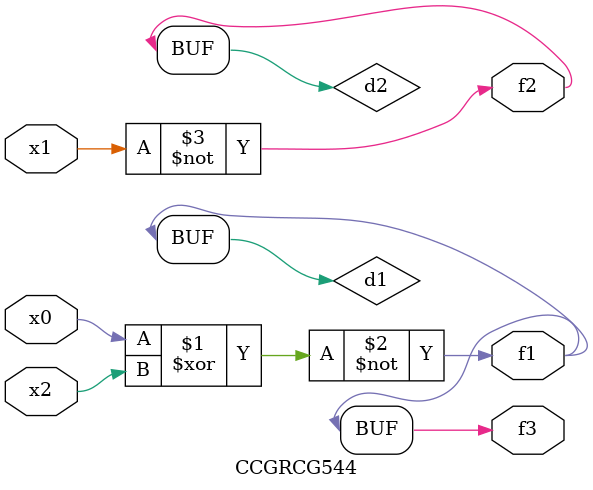
<source format=v>
module CCGRCG544(
	input x0, x1, x2,
	output f1, f2, f3
);

	wire d1, d2, d3;

	xnor (d1, x0, x2);
	nand (d2, x1);
	nor (d3, x1, x2);
	assign f1 = d1;
	assign f2 = d2;
	assign f3 = d1;
endmodule

</source>
